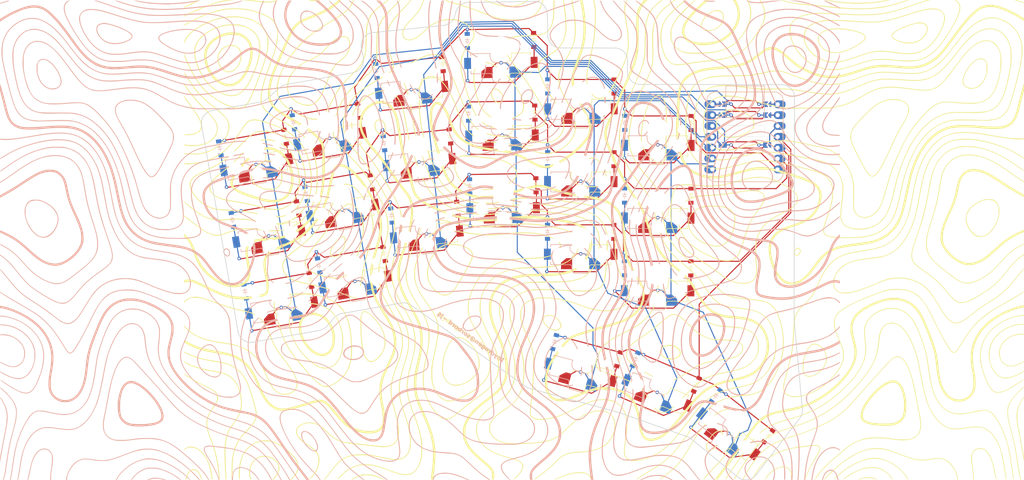
<source format=kicad_pcb>
(kicad_pcb (version 20221018) (generator pcbnew)
  (title_block (title "SOR Hydrogen") (date "2024-01-11") (rev "v1.0.0") (company "SORBORD"))
  (layers (0 "F.Cu" signal) (31 "B.Cu" signal) (34 "B.Paste" user) (35 "F.Paste" user) (36 "B.SilkS" user "B.Silkscreen") (37 "F.SilkS" user "F.Silkscreen") (38 "B.Mask" user) (39 "F.Mask" user) (44 "Edge.Cuts" user))
  (net 0 "")
  (net 1 "P0")
  (net 2 "outer_bottom")
  (net 3 "outer_home")
  (net 4 "outer_top")
  (net 5 "P1")
  (net 6 "pinky_bottom")
  (net 7 "pinky_home")
  (net 8 "pinky_top")
  (net 9 "P2")
  (net 10 "ring_bottom")
  (net 11 "ring_home")
  (net 12 "ring_top")
  (net 13 "P3")
  (net 14 "middle_bottom")
  (net 15 "middle_home")
  (net 16 "middle_top")
  (net 17 "P4")
  (net 18 "index_bottom")
  (net 19 "index_home")
  (net 20 "index_top")
  (net 21 "P5")
  (net 22 "inner_bottom")
  (net 23 "inner_home")
  (net 24 "inner_top")
  (net 25 "left_cluster")
  (net 26 "middle_cluster")
  (net 27 "right_cluster")
  (net 28 "P9")
  (net 29 "P8")
  (net 30 "P7")
  (net 31 "P10")
  (net 32 "P6")
  (net 33 "VCC")
  (net 34 "GND")
  (net 35 "V3")
  (net 36 "_1_0")
  (net 37 "_1_13")
  (net 38 "_1_1")
  (net 39 "_1_12")
  (net 40 "_1_2")
  (net 41 "_1_11")
  (footprint "PG1350" (layer "F.Cu") (at 158.86865 87.779344 179.9)
    (fp_text reference "S14" hide)
    (fp_text value "IH")
  )
  (footprint "PG1350" (layer "F.Cu") (at 140.400609 77.015541 -179.1)
    (fp_text reference "S11" hide)
    (fp_text value "MH")
  )
  (footprint "ComboDiode" (layer "F.Cu") (at 166.621271 86.292865 -90.1)
    (fp_text reference "D35" hide)
    (fp_text value "D35" hide)
  )
  (footprint "ComboDiode" (layer "F.Cu") (at 148.126104 75.39398 -89.1)
    (fp_text reference "D32" hide)
    (fp_text value "D32" hide)
  )
  (footprint "ComboDiode" (layer "F.Cu") (at 184.576697 111.824261 -90.1)
    (fp_text reference "D37" hide)
    (fp_text value "D37" hide)
  )
  (footprint "PG1350" (layer "F.Cu") (at 176.853809 96.310745 179.9)
    (fp_text reference "S17" hide)
    (fp_text value "INH")
  )
  (footprint "ComboDiode" (layer "F.Cu") (at 92.740036 97.7941 -80)
    (fp_text reference "D23" hide)
    (fp_text value "D23" hide)
  )
  (footprint "ComboDiode" (layer "F.Cu") (at 166.591611 103.292854 -90.1)
    (fp_text reference "D34" hide)
    (fp_text value "D34" hide)
  )
  (footprint "PG1350" (layer "F.Cu") (at 82.416256 83.875329 -170)
    (fp_text reference "S3" hide)
    (fp_text value "OT")
  )
  (footprint "PG1350" (layer "F.Cu") (at 178.168617 137.471843 157.4)
    (fp_text reference "S20" hide)
    (fp_text value "TM")
  )
  (footprint "PG1350" (layer "F.Cu") (at 176.883463 79.310764 179.9)
    (fp_text reference "S18" hide)
    (fp_text value "INT")
  )
  (footprint "PG1350" (layer "F.Cu") (at 120.736224 83.255247 -174.1)
    (fp_text reference "S8" hide)
    (fp_text value "RH")
  )
  (footprint "ComboDiode" (layer "F.Cu") (at 126.543483 64.056594 -84.1)
    (fp_text reference "D30" hide)
    (fp_text value "D30" hide)
  )
  (footprint "ComboDiode" (layer "F.Cu") (at 184.606397 94.824307 -90.1)
    (fp_text reference "D38" hide)
    (fp_text value "D38" hide)
  )
  (footprint "ComboDiode" (layer "F.Cu") (at 106.99364 74.972287 -80)
    (fp_text reference "D27" hide)
    (fp_text value "D27" hide)
  )
  (footprint "PG1350" (layer "F.Cu") (at 102.573876 94.537007 -170)
    (fp_text reference "S5" hide)
    (fp_text value "PH")
  )
  (footprint "ComboDiode" (layer "F.Cu") (at 128.290966 80.966542 -84.1)
    (fp_text reference "D29" hide)
    (fp_text value "D29" hide)
  )
  (footprint "ComboDiode" (layer "F.Cu") (at 166.650961 69.292919 -90.1)
    (fp_text reference "D36" hide)
    (fp_text value "D36" hide)
  )
  (footprint "PG1350" (layer "F.Cu") (at 159.824654 132.522267 164.9)
    (fp_text reference "S19" hide)
    (fp_text value "TL")
  )
  (footprint "PG1350" (layer "F.Cu") (at 122.483675 100.165186 -174.1)
    (fp_text reference "S7" hide)
    (fp_text value "RB")
  )
  (footprint "ComboDiode" (layer "F.Cu") (at 167.69781 133.092972 -105.1)
    (fp_text reference "D40" hide)
    (fp_text value "D40" hide)
  )
  (footprint "ComboDiode" (layer "F.Cu") (at 147.859099 58.396047 -89.1)
    (fp_text reference "D33" hide)
    (fp_text value "D33" hide)
  )
  (footprint "ComboDiode" (layer "F.Cu") (at 89.78804 81.052362 -80)
    (fp_text reference "D24" hide)
    (fp_text value "D24" hide)
  )
  (footprint "ComboDiode" (layer "F.Cu") (at 130.038421 97.876481 -84.1)
    (fp_text reference "D28" hide)
    (fp_text value "D28" hide)
  )
  (footprint "ComboDiode" (layer "F.Cu") (at 202.681526 151.100321 -127.6)
    (fp_text reference "D42" hide)
    (fp_text value "D42" hide)
  )
  (footprint "PG1350" (layer "F.Cu") (at 105.525882 111.278722 -170)
    (fp_text reference "S4" hide)
    (fp_text value "PB")
  )
  (footprint "PG1350" (layer "F.Cu") (at 85.368262 100.61706 -170)
    (fp_text reference "S2" hide)
    (fp_text value "OH")
  )
  (footprint "ComboDiode" (layer "F.Cu") (at 184.636077 77.82431 -90.1)
    (fp_text reference "D39" hide)
    (fp_text value "D39" hide)
  )
  (footprint "PG1350" (layer "F.Cu") (at 140.133582 60.017632 -179.1)
    (fp_text reference "S12" hide)
    (fp_text value "MT")
  )
  (footprint "PG1350" (layer "F.Cu") (at 99.621845 77.795236 -170)
    (fp_text reference "S6" hide)
    (fp_text value "PT")
  )
  (footprint "pcbs:Untitled" (layer "F.Cu") (at 164.32 105.13)
    (fp_text reference "G***" hide)
    (fp_text value "LOGO" hide)
  )
  (footprint "PG1350" (layer "F.Cu") (at 176.824097 113.310724 179.9)
    (fp_text reference "S16" hide)
    (fp_text value "INB")
  )
  (footprint "PG1350" (layer "F.Cu") (at 195.626077 147.560138 142.4)
    (fp_text reference "S21" hide)
    (fp_text value "TR")
  )
  (footprint "ComboDiode" (layer "F.Cu") (at 95.692079 114.535808 -80)
    (fp_text reference "D22" hide)
    (fp_text value "D22" hide)
  )
  (footprint "ComboDiode" (layer "F.Cu") (at 148.39312 92.391891 -89.1)
    (fp_text reference "D31" hide)
    (fp_text value "D31" hide)
  )
  (footprint "PG1350" (layer "F.Cu") (at 88.32029 117.358822 -170)
    (fp_text reference "S1" hide)
    (fp_text value "OB")
  )
  (footprint "ComboDiode" (layer "F.Cu") (at 112.897678 108.455734 -80)
    (fp_text reference "D25" hide)
    (fp_text value "D25" hide)
  )
  (footprint "PG1350" (layer "F.Cu") (at 118.988731 66.345265 -174.1)
    (fp_text reference "S9" hide)
    (fp_text value "RT")
  )
  (footprint "ComboDiode" (layer "F.Cu") (at 185.899941 139.065352 -112.6)
    (fp_text reference "D41" hide)
    (fp_text value "D41" hide)
  )
  (footprint "PG1350" (layer "F.Cu") (at 158.838991 104.77929 179.9)
    (fp_text reference "S13" hide)
    (fp_text value "IB")
  )
  (footprint "PG1350" (layer "F.Cu") (at 140.667647 94.013435 -179.1)
    (fp_text reference "S10" hide)
    (fp_text value "MB")
  )
  (footprint "xiao-ble-tht" (layer "F.Cu") (at 197.231236 81.060292 -0.098)
    (fp_text reference "xiao" hide)
    (fp_text value "xiao" hide)
    (fp_rect (start -4.56 -2.6) (end 4.57 -0.06) (stroke (width 0.05)) (fill none) (layer "Edge.Cuts"))
  )
  (footprint "ComboDiode" (layer "F.Cu") (at 109.945653 91.713996 -80)
    (fp_text reference "D26" hide)
    (fp_text value "D26" hide)
  )
  (footprint "ComboDiode" (layer "B.Cu") (at 169.076745 111.79722 -90.1)
    (fp_text reference "D16" hide)
    (fp_text value "D16" hide)
  )
  (footprint "ComboDiode" (layer "B.Cu") (at 111.125589 65.649868 -84.1)
    (fp_text reference "D9" hide)
    (fp_text value "D9" hide)
  )
  (footprint "ComboDiode" (layer "B.Cu") (at 80.427582 117.227394 -80)
    (fp_text reference "D1" hide)
    (fp_text value "D1" hide)
  )
  (footprint "PG1350" (layer "B.Cu") (at 158.898318 70.779368 0.1)
    (fp_text reference "S15" hide)
    (fp_text value "IT")
  )
  (footprint "ComboDiode" (layer "B.Cu") (at 190.401041 141.643096 -127.6)
    (fp_text reference "D21" hide)
    (fp_text value "D21" hide)
  )
  (footprint "ComboDiode" (layer "B.Cu") (at 91.729117 77.663819 -80)
    (fp_text reference "D6" hide)
    (fp_text value "D6" hide)
  )
  (footprint "ComboDiode" (layer "B.Cu") (at 132.895026 92.635343 -89.1)
    (fp_text reference "D10" hide)
    (fp_text value "D10" hide)
  )
  (footprint "ComboDiode" (layer "B.Cu") (at 171.590194 133.108747 -112.6)
    (fp_text reference "D20" hide)
    (fp_text value "D20" hide)
  )
  (footprint "ComboDiode" (layer "B.Cu") (at 152.732981 129.055151 -105.1)
    (fp_text reference "D19" hide)
    (fp_text value "D19" hide)
  )
  (footprint "ComboDiode" (layer "B.Cu") (at 77.475532 100.485654 -80)
    (fp_text reference "D2" hide)
    (fp_text value "D2" hide)
  )
  (footprint "ComboDiode" (layer "B.Cu") (at 74.52351 83.743911 -80)
    (fp_text reference "D3" hide)
    (fp_text value "D3" hide)
  )
  (footprint "ComboDiode" (layer "B.Cu") (at 132.360999 58.639534 -89.1)
    (fp_text reference "D12" hide)
    (fp_text value "D12" hide)
  )
  (footprint "ComboDiode" (layer "B.Cu") (at 97.633171 111.147244 -80)
    (fp_text reference "D4" hide)
    (fp_text value "D4" hide)
  )
  (footprint "ComboDiode" (layer "B.Cu") (at 169.136057 77.797259 -90.1)
    (fp_text reference "D18" hide)
    (fp_text value "D18" hide)
  )
  (footprint "ComboDiode" (layer "B.Cu") (at 151.121284 86.265822 -90.1)
    (fp_text reference "D14" hide)
    (fp_text value "D14" hide)
  )
  (footprint "ComboDiode" (layer "B.Cu") (at 151.091611 103.265801 -90.1)
    (fp_text reference "D13" hide)
    (fp_text value "D13" hide)
  )
  (footprint "ComboDiode" (layer "B.Cu") (at 151.150951 69.26585 -90.1)
    (fp_text reference "D15" hide)
    (fp_text value "D15" hide)
  )
  (footprint "ComboDiode" (layer "B.Cu") (at 169.106431 94.797233 -90.1)
    (fp_text reference "D17" hide)
    (fp_text value "D17" hide)
  )
  (footprint "ComboDiode" (layer "B.Cu") (at 94.681127 94.405559 -80)
    (fp_text reference "D5" hide)
    (fp_text value "D5" hide)
  )
  (footprint "ComboDiode" (layer "B.Cu") (at 132.628018 75.637435 -89.1)
    (fp_text reference "D11" hide)
    (fp_text value "D11" hide)
  )
  (footprint "ComboDiode" (layer "B.Cu") (at 112.873057 82.559813 -84.1)
    (fp_text reference "D8" hide)
    (fp_text value "D8" hide)
  )
  (footprint "pcbs:Untitled" (layer "B.Cu") (at 121.29 105.27 180)
    (fp_text reference "G***" hide)
    (fp_text value "LOGO" hide)
  )
  (footprint "ComboDiode" (layer "B.Cu") (at 114.620546 99.469776 -84.1)
    (fp_text reference "D7" hide)
    (fp_text value "D7" hide)
  )
  (gr_arc (start 70.280989 78.399403) (mid 70.777933 76.157699) (end 72.714496 74.924037) (stroke (width 0.15)) (layer "Edge.Cuts"))
  (gr_line (start 195.542744 160.627879) (end 184.695321 151.72638) (stroke (width 0.15)) (layer "Edge.Cuts"))
  (gr_arc (start 129.683272 51.820875) (mid 130.741287 50.257762) (end 132.523427 49.635856) (stroke (width 0.15)) (layer "Edge.Cuts"))
  (gr_arc (start 210.639318 144.779493) (mid 210.533597 145.890601) (end 210.028914 146.886107) (stroke (width 0.15)) (layer "Edge.Cuts"))
  (gr_arc (start 208.718729 124.006805) (mid 208.709052 123.866239) (end 208.705984 123.725373) (stroke (width 0.15)) (layer "Edge.Cuts"))
  (gr_arc (start 183.793123 151.217348) (mid 184.266369 151.432612) (end 184.695321 151.72638) (stroke (width 0.15)) (layer "Edge.Cuts"))
  (gr_arc (start 82.265154 129.088459) (mid 80.02351 128.591444) (end 78.789773 126.654986) (stroke (width 0.15)) (layer "Edge.Cuts"))
  (gr_arc (start 167.598536 145.495338) (mid 167.708883 145.527389) (end 167.817918 145.563651) (stroke (width 0.15)) (layer "Edge.Cuts"))
  (gr_line (start 101.235605 123.377247) (end 99.507053 125.368163) (stroke (width 0.15)) (layer "Edge.Cuts"))
  (gr_line (start 116.946925 119.926842) (end 102.980003 122.389603) (stroke (width 0.15)) (layer "Edge.Cuts"))
  (gr_line (start 72.714496 74.924037) (end 84.0788 72.920208) (stroke (width 0.15)) (layer "Edge.Cuts"))
  (gr_line (start 183.793119 151.217353) (end 167.817921 145.563647) (stroke (width 0.15)) (layer "Edge.Cuts"))
  (gr_arc (start 116.946937 119.926832) (mid 118.126843 119.954434) (end 119.204727 120.43518) (stroke (width 0.15)) (layer "Edge.Cuts"))
  (gr_line (start 172.734973 68.803491) (end 205.801757 68.861204) (stroke (width 0.15)) (layer "Edge.Cuts"))
  (gr_line (start 154.143816 60.271064) (end 166.823475 60.293201) (stroke (width 0.15)) (layer "Edge.Cuts"))
  (gr_arc (start 108.045268 62.545448) (mid 107.574245 64.818824) (end 105.621941 66.0753) (stroke (width 0.15)) (layer "Edge.Cuts"))
  (gr_arc (start 146.987085 139.933948) (mid 146.489433 139.751157) (end 146.031747 139.483589) (stroke (width 0.15)) (layer "Edge.Cuts"))
  (gr_arc (start 101.235605 123.377247) (mid 102.022874 122.733427) (end 102.980003 122.389603) (stroke (width 0.15)) (layer "Edge.Cuts"))
  (gr_arc (start 166.823481 60.293201) (mid 168.975394 61.20832) (end 169.816664 63.390147) (stroke (width 0.15)) (layer "Edge.Cuts"))
  (gr_arc (start 147.988951 49.392899) (mid 150.116213 50.230696) (end 151.035303 52.324096) (stroke (width 0.15)) (layer "Edge.Cuts"))
  (gr_line (start 146.031747 139.483589) (end 119.204727 120.43518) (stroke (width 0.15)) (layer "Edge.Cuts"))
  (gr_line (start 208.796498 71.866479) (end 208.705984 123.725373) (stroke (width 0.15)) (layer "Edge.Cuts"))
  (gr_line (start 129.404169 52.81006) (end 129.683277 51.820883) (stroke (width 0.15)) (layer "Edge.Cuts"))
  (gr_arc (start 85.565483 72.195055) (mid 84.873108 72.66212) (end 84.0788 72.920208) (stroke (width 0.15)) (layer "Edge.Cuts"))
  (gr_line (start 208.718742 124.006794) (end 210.639318 144.779493) (stroke (width 0.15)) (layer "Edge.Cuts"))
  (gr_line (start 78.789773 126.654986) (end 70.281004 78.399414) (stroke (width 0.15)) (layer "Edge.Cuts"))
  (gr_arc (start 154.143816 60.271064) (mid 152.050304 59.414547) (end 151.149831 57.339541) (stroke (width 0.15)) (layer "Edge.Cuts"))
  (gr_line (start 151.035303 52.324096) (end 151.149831 57.339541) (stroke (width 0.15)) (layer "Edge.Cuts"))
  (gr_line (start 97.762643 126.355834) (end 82.265147 129.088449) (stroke (width 0.15)) (layer "Edge.Cuts"))
  (gr_arc (start 199.822663 160.139199) (mid 197.786144 161.28959) (end 195.542744 160.627879) (stroke (width 0.15)) (layer "Edge.Cuts"))
  (gr_line (start 89.979562 68.833448) (end 105.621941 66.0753) (stroke (width 0.15)) (layer "Edge.Cuts"))
  (gr_arc (start 99.507053 125.368163) (mid 98.719775 126.012) (end 97.762643 126.355834) (stroke (width 0.15)) (layer "Edge.Cuts"))
  (gr_arc (start 205.801756 68.861207) (mid 207.921513 69.743655) (end 208.796498 71.866479) (stroke (width 0.15)) (layer "Edge.Cuts"))
  (gr_line (start 169.816664 63.390147) (end 169.741773 65.706567) (stroke (width 0.15)) (layer "Edge.Cuts"))
  (gr_arc (start 107.597395 60.253676) (mid 108.130801 57.892932) (end 110.233301 56.694158) (stroke (width 0.15)) (layer "Edge.Cuts"))
  (gr_line (start 167.598555 145.49532) (end 146.987078 139.933946) (stroke (width 0.15)) (layer "Edge.Cuts"))
  (gr_line (start 210.028914 146.886107) (end 199.822663 160.139199) (stroke (width 0.15)) (layer "Edge.Cuts"))
  (gr_arc (start 129.404178 52.810048) (mid 128.448082 54.291064) (end 126.82528 54.979548) (stroke (width 0.15)) (layer "Edge.Cuts"))
  (gr_arc (start 88.492893 69.558645) (mid 89.185256 69.091551) (end 89.979562 68.833448) (stroke (width 0.15)) (layer "Edge.Cuts"))
  (gr_line (start 132.523427 49.635856) (end 147.988954 49.392896) (stroke (width 0.15)) (layer "Edge.Cuts"))
  (gr_line (start 85.565483 72.195055) (end 88.492893 69.558645) (stroke (width 0.15)) (layer "Edge.Cuts"))
  (gr_line (start 110.233301 56.694158) (end 126.82528 54.979548) (stroke (width 0.15)) (layer "Edge.Cuts"))
  (gr_line (start 108.045268 62.545447) (end 107.597404 60.253679) (stroke (width 0.15)) (layer "Edge.Cuts"))
  (gr_arc (start 172.734976 68.803498) (mid 170.583059 67.888386) (end 169.741773 65.706567) (stroke (width 0.15)) (layer "Edge.Cuts"))
  (gr_text "[hydrogen@sorbord ~]$" (at 132.72 128.42 324) (layer "B.SilkS") (effects (font (size 1 1) (thickness 0.2) bold) (justify bottom mirror)))
  (gr_text "[hydrogen@sorbord ~]$" (at 132.72 128.42 324) (layer "F.SilkS") (effects (font (size 1 1) (thickness 0.2) bold) (justify bottom)))
  (segment (start 80.22419 90.303641) (end 82.061354 87.679932) (width 0.25) (layer "F.Cu") (net 1))
  (segment (start 202.020291 73.4528) (end 201.260295 74.29277) (width 0.25) (layer "F.Cu") (net 1))
  (segment (start 88.879159 120.961657) (end 87.997836 121.117055) (width 0.25) (layer "F.Cu") (net 1))
  (segment (start 87.997836 121.117055) (end 86.128263 123.78711) (width 0.25) (layer "F.Cu") (net 1))
  (segment (start 201.260295 74.29277) (end 194.82028 74.28278) (width 0.25) (layer "F.Cu") (net 1))
  (segment (start 82.061354 87.679932) (end 82.982085 87.517594) (width 0.25) (layer "F.Cu") (net 1))
  (segment (start 194.82028 74.28278) (end 193.980322 73.432746) (width 0.25) (layer "F.Cu") (net 1))
  (segment (start 83.176242 107.045364) (end 85.021483 104.410081) (width 0.25) (layer "F.Cu") (net 1))
  (segment (start 85.021483 104.410081) (end 85.932353 104.249485) (width 0.25) (layer "F.Cu") (net 1))
  (via (at 85.932353 104.249485) (size 0.8) (drill 0.4) (layers "F.Cu" "B.Cu") (net 1))
  (via (at 82.982085 87.517594) (size 0.8) (drill 0.4) (layers "F.Cu" "B.Cu") (net 1))
  (via (at 88.879159 120.961657) (size 0.8) (drill 0.4) (layers "F.Cu" "B.Cu") (net 1))
  (segment (start 89.626727 105.907959) (end 86.991457 104.062719) (width 0.25) (layer "B.Cu") (net 1))
  (segment (start 92.578746 122.649715) (end 89.908702 120.780146) (width 0.25) (layer "B.Cu") (net 1))
  (segment (start 190.764652 70.327502) (end 193.982266 73.434717) (width 0.25) (layer "B.Cu") (net 1))
  (segment (start 192.4703 73.432768) (end 193.980322 73.432746) (width 0.25) (layer "B.Cu") (net 1))
  (segment (start 89.505064 106.081751) (end 92.404974 122.528045) (width 0.25) (layer "B.Cu") (net 1))
  (segment (start 168.716074 70.712366) (end 190.764652 70.327502) (width 0.25) (layer "B.Cu") (net 1))
  (segment (start 129.906607 55.517854) (end 130.716203 54.361632) (width 0.25) (layer "B.Cu") (net 1))
  (segment (start 86.553035 89.340022) (end 89.452964 105.786307) (width 0.25) (layer "B.Cu") (net 1))
  (segment (start 142.949491 54.059784) (end 143.186991 54.289139) (width 0.25) (layer "B.Cu") (net 1))
  (segment (start 143.186991 54.289139) (end 152.122021 63.22417) (width 0.25) (layer "B.Cu") (net 1))
  (segment (start 130.802948 54.271803) (end 142.949491 54.059784) (width 0.25) (layer "B.Cu") (net 1))
  (segment (start 84.465895 77.503269) (end 88.59178 71.6109) (width 0.25) (layer "B.Cu") (net 1))
  (segment (start 86.674713 89.166274) (end 84.051005 87.329106) (width 0.25) (layer "B.Cu") (net 1))
  (segment (start 89.908702 120.780146) (end 88.879159 120.961657) (width 0.25) (layer "B.Cu") (net 1))
  (segment (start 88.59178 71.6109) (end 105.73728 68.587688) (width 0.25) (layer "B.Cu") (net 1))
  (segment (start 152.122021 63.22417) (end 161.227876 63.224173) (width 0.25) (layer "B.Cu") (net 1))
  (segment (start 86.500939 89.044561) (end 84.465895 77.503269) (width 0.25) (layer "B.Cu") (net 1))
  (segment (start 161.227876 63.224173) (end 168.716074 70.712366) (width 0.25) (layer "B.Cu") (net 1))
  (segment (start 110.409559 61.91498) (end 126.058189 60.270239) (width 0.25) (layer "B.Cu") (net 1))
  (segment (start 130.716203 54.361632) (end 130.802948 54.271803) (width 0.25) (layer "B.Cu") (net 1))
  (segment (start 86.991457 104.062719) (end 85.932353 104.249485) (width 0.25) (layer "B.Cu") (net 1))
  (segment (start 105.73728 68.587688) (end 110.409559 61.91498) (width 0.25) (layer "B.Cu") (net 1))
  (segment (start 126.058189 60.270239) (end 129.906607 55.517854) (width 0.25) (layer "B.Cu") (net 1))
  (segment (start 84.051005 87.329106) (end 82.982085 87.517594) (width 0.25) (layer "B.Cu") (net 1))
  (segment (start 81.985434 126.417025) (end 82.025599 126.414451) (width 0.25) (layer "F.Cu") (net 2))
  (segment (start 82.034341 126.412906) (end 81.985434 126.417025) (width 0.25) (layer "F.Cu") (net 2))
  (segment (start 93.322871 124.422423) (end 82.034341 126.412906) (width 0.25) (layer "F.Cu") (net 2))
  (segment (start 96.628382 119.701721) (end 96.007574 116.18104) (width 0.25) (layer "F.Cu") (net 2))
  (segment (start 96.628366 119.701725) (end 93.322871 124.422423) (width 0.25) (layer "F.Cu") (net 2))
  (segment (start 82.025599 126.414451) (end 82.029965 126.413678) (width 0.25) (layer "F.Cu") (net 2))
  (via (at 81.985434 126.417025) (size 0.8) (drill 0.4) (layers "F.Cu" "B.Cu") (net 2))
  (segment (start 82.015087 126.374671) (end 81.985434 126.417025) (width 0.25) (layer "B.Cu") (net 2))
  (segment (start 81.314595 122.401962) (end 82.015087 126.374671) (width 0.25) (layer "B.Cu") (net 2))
  (segment (start 81.314578 122.401947) (end 80.693798 118.881246) (width 0.25) (layer "B.Cu") (net 2))
  (segment (start 90.370847 107.680678) (end 93.676328 102.959973) (width 0.25) (layer "F.Cu") (net 3))
  (segment (start 93.676341 102.959999) (end 93.055556 99.439285) (width 0.25) (layer "F.Cu") (net 3))
  (segment (start 79.050426 109.540285) (end 79.206144 109.649327) (width 0.25) (layer "F.Cu") (net 3))
  (segment (start 79.206144 109.649327) (end 90.370847 107.680678) (width 0.25) (layer "F.Cu") (net 3))
  (via (at 79.050426 109.540285) (size 0.8) (drill 0.4) (layers "F.Cu" "B.Cu") (net 3))
  (segment (start 78.362571 105.660208) (end 77.741791 102.139487) (width 0.25) (layer "B.Cu") (net 3))
  (segment (start 79.050426 109.540285) (end 78.366792 105.663162) (width 0.25) (layer "B.Cu") (net 3))
  (segment (start 87.418832 90.938966) (end 90.724326 86.218249) (width 0.25) (layer "F.Cu") (net 4))
  (segment (start 90.724335 86.218241) (end 90.103553 82.697572) (width 0.25) (layer "F.Cu") (net 4))
  (segment (start 76.091847 92.820028) (end 76.224394 92.912838) (width 0.25) (layer "F.Cu") (net 4))
  (segment (start 76.224394 92.912838) (end 87.418832 90.938966) (width 0.25) (layer "F.Cu") (net 4))
  (via (at 76.091847 92.820028) (size 0.8) (drill 0.4) (layers "F.Cu" "B.Cu") (net 4))
  (segment (start 75.410569 88.918478) (end 74.789767 85.397768) (width 0.25) (layer "B.Cu") (net 4))
  (segment (start 76.091847 92.820028) (end 76.100111 92.808207) (width 0.25) (layer "B.Cu") (net 4))
  (segment (start 76.100111 92.808207) (end 75.414775 88.921426) (width 0.25) (layer "B.Cu") (net 4))
  (segment (start 105.227768 115.002227) (end 106.079556 114.852043) (width 0.25) (layer "F.Cu") (net 5))
  (segment (start 194.82028 76.822769) (end 193.980294 75.972778) (width 0.25) (layer "F.Cu") (net 5))
  (segment (start 202.010297 75.992779) (end 201.26028 76.832772) (width 0.25) (layer "F.Cu") (net 5))
  (segment (start 201.26028 76.832772) (end 194.82028 76.822769) (width 0.25) (layer "F.Cu") (net 5))
  (segment (start 103.333842 117.707012) (end 105.227768 115.002227) (width 0.25) (layer "F.Cu") (net 5))
  (segment (start 97.429819 84.22355) (end 99.291276 81.565087) (width 0.25) (layer "F.Cu") (net 5))
  (segment (start 99.291276 81.565087) (end 100.182458 81.407945) (width 0.25) (layer "F.Cu") (net 5))
  (segment (start 102.251429 98.295249) (end 103.132735 98.139833) (width 0.25) (layer "F.Cu") (net 5))
  (segment (start 100.381818 100.965303) (end 102.251429 98.295249) (width 0.25) (layer "F.Cu") (net 5))
  (via (at 103.132735 98.139833) (size 0.8) (drill 0.4) (layers "F.Cu" "B.Cu") (net 5))
  (via (at 100.182458 81.407945) (size 0.8) (drill 0.4) (layers "F.Cu" "B.Cu") (net 5))
  (via (at 106.079556 114.852043) (size 0.8) (drill 0.4) (layers "F.Cu" "B.Cu") (net 5))
  (segment (start 106.832321 99.827891) (end 104.162275 97.95831) (width 0.25) (layer "B.Cu") (net 5))
  (segment (start 104.162275 97.95831) (end 103.132735 98.139833) (width 0.25) (layer "B.Cu") (net 5))
  (segment (start 106.710647 100.001647) (end 109.610572 116.447982) (width 0.25) (layer "B.Cu") (net 5))
  (segment (start 188.164617 74.739775) (end 192.742983 74.739774) (width 0.25) (layer "B.Cu") (net 5))
  (segment (start 184.679478 71.254635) (end 188.164617 74.739775) (width 0.25) (layer "B.Cu") (net 5))
  (segment (start 150.491208 62.27932) (end 151.935626 63.674174) (width 0.25) (layer "B.Cu") (net 5))
  (segment (start 168.621951 71.254639) (end 184.679478 71.254635) (width 0.25) (layer "B.Cu") (net 5))
  (segment (start 192.460313 75.972774) (end 193.980294 75.972778) (width 0.25) (layer "B.Cu") (net 5))
  (segment (start 124.95201 62.351317) (end 130.97 54.92) (width 0.25) (layer "B.Cu") (net 5))
  (segment (start 192.742983 74.739774) (end 193.977926 75.974712) (width 0.25) (layer "B.Cu") (net 5))
  (segment (start 142.749376 54.544405) (end 142.951035 54.739145) (width 0.25) (layer "B.Cu") (net 5))
  (segment (start 107.07954 114.675689) (end 106.079556 114.852043) (width 0.25) (layer "B.Cu") (net 5))
  (segment (start 131.11 54.74) (end 142.749376 54.544405) (width 0.25) (layer "B.Cu") (net 5))
  (segment (start 109.784345 116.569622) (end 107.07954 114.675689) (width 0.25) (layer "B.Cu") (net 5))
  (segment (start 142.951035 54.739145) (end 150.491208 62.27932) (width 0.25) (layer "B.Cu") (net 5))
  (segment (start 103.880315 83.086133) (end 101.221845 81.22467) (width 0.25) (layer "B.Cu") (net 5))
  (segment (start 111.810216 64.668571) (end 124.95201 62.351317) (width 0.25) (layer "B.Cu") (net 5))
  (segment (start 103.706536 82.964469) (end 102.759609 77.594179) (width 0.25) (layer "B.Cu") (net 5))
  (segment (start 101.221845 81.22467) (end 100.182458 81.407945) (width 0.25) (layer "B.Cu") (net 5))
  (segment (start 151.935626 63.674174) (end 161.041479 63.674172) (width 0.25) (layer "B.Cu") (net 5))
  (segment (start 103.758625 83.259939) (end 106.658541 99.706243) (width 0.25) (layer "B.Cu") (net 5))
  (segment (start 130.97 54.92) (end 131.11 54.74) (width 0.25) (layer "B.Cu") (net 5))
  (segment (start 102.759609 77.594179) (end 111.810216 64.668571) (width 0.25) (layer "B.Cu") (net 5))
  (segment (start 161.041479 63.674172) (end 168.621951 71.254639) (width 0.25) (layer "B.Cu") (net 5))
  (segment (start 99.226811 120.335138) (end 110.528474 118.342357) (width 0.25) (layer "F.Cu") (net 6))
  (segment (start 110.528474 118.342357) (end 113.833948 113.621646) (width 0.25) (layer "F.Cu") (net 6))
  (segment (start 113.833955 113.621657) (end 113.213168 110.100943) (width 0.25) (layer "F.Cu") (net 6))
  (segment (start 99.197975 120.376326) (end 99.226811 120.335138) (width 0.25) (layer "F.Cu") (net 6))
  (via (at 99.197975 120.376326) (size 0.8) (drill 0.4) (layers "F.Cu" "B.Cu") (net 6))
  (segment (start 99.198137 120.376087) (end 98.490681 116.364) (width 0.25) (layer "B.Cu") (net 6))
  (segment (start 98.520182 116.321857) (end 97.899395 112.801188) (width 0.25) (layer "B.Cu") (net 6))
  (segment (start 99.197975 120.376326) (end 99.198137 120.376087) (width 0.25) (layer "B.Cu") (net 6))
  (segment (start 96.372198 103.576236) (end 107.57645 101.60062) (width 0.25) (layer "F.Cu") (net 7))
  (segment (start 107.57645 101.60062) (end 110.881926 96.879908) (width 0.25) (layer "F.Cu") (net 7))
  (segment (start 110.881936 96.879897) (end 110.26113 93.359215) (width 0.25) (layer "F.Cu") (net 7))
  (segment (start 96.239595 103.483403) (end 96.372198 103.576236) (width 0.25) (layer "F.Cu") (net 7))
  (via (at 96.239595 103.483403) (size 0.8) (drill 0.4) (layers "F.Cu" "B.Cu") (net 7))
  (segment (start 96.239595 103.483403) (end 96.253038 103.464223) (width 0.25) (layer "B.Cu") (net 7))
  (segment (start 96.253038 103.464223) (end 95.568172 99.580157) (width 0.25) (layer "B.Cu") (net 7))
  (segment (start 95.56819 99.580121) (end 94.947365 96.059457) (width 0.25) (layer "B.Cu") (net 7))
  (segment (start 104.624448 84.858847) (end 107.929906 80.138159) (width 0.25) (layer "F.Cu") (net 8))
  (segment (start 93.288756 86.690685) (end 93.479224 86.82406) (width 0.25) (layer "F.Cu") (net 8))
  (segment (start 93.479224 86.82406) (end 104.624448 84.858847) (width 0.25) (layer "F.Cu") (net 8))
  (segment (start 107.929937 80.138141) (end 107.309134 76.617473) (width 0.25) (layer "F.Cu") (net 8))
  (via (at 93.288756 86.690685) (size 0.8) (drill 0.4) (layers "F.Cu" "B.Cu") (net 8))
  (segment (start 92.616154 82.838384) (end 91.995363 79.317706) (width 0.25) (layer "B.Cu") (net 8))
  (segment (start 93.288756 86.690685) (end 93.294071 86.683077) (width 0.25) (layer "B.Cu") (net 8))
  (segment (start 93.294071 86.683077) (end 92.616153 82.838372) (width 0.25) (layer "B.Cu") (net 8))
  (segment (start 121.91678 103.852763) (end 122.810954 103.758782) (width 0.25) (layer "F.Cu") (net 9))
  (segment (start 194.702234 83.690898) (end 193.965975 82.954628) (width 0.25) (layer "F.Cu") (net 9))
  (segment (start 202.002932 82.968494) (end 201.280575 83.690908) (width 0.25) (layer "F.Cu") (net 9))
  (segment (start 120.071437 87.063702) (end 121.045472 86.961316) (width 0.25) (layer "F.Cu") (net 9))
  (segment (start 116.34268 72.600423) (end 118.368456 70.098765) (width 0.25) (layer "F.Cu") (net 9))
  (segment (start 201.280575 83.690908) (end 194.702234 83.690898) (width 0.25) (layer "F.Cu") (net 9))
  (segment (start 118.090166 89.510366) (end 120.071437 87.063702) (width 0.25) (layer "F.Cu") (net 9))
  (segment (start 119.837623 106.420315) (end 121.91678 103.852763) (width 0.25) (layer "F.Cu") (net 9))
  (segment (start 118.368456 70.098765) (end 119.26328 70.004721) (width 0.25) (layer "F.Cu") (net 9))
  (via (at 121.045472 86.961316) (size 0.8) (drill 0.4) (layers "F.Cu" "B.Cu") (net 9))
  (via (at 119.26328 70.004721) (size 0.8) (drill 0.4) (layers "F.Cu" "B.Cu") (net 9))
  (via (at 122.810954 103.758782) (size 0.8) (drill 0.4) (layers "F.Cu" "B.Cu") (net 9))
  (segment (start 126.352948 105.747018) (end 123.772831 103.657696) (width 0.25) (layer "B.Cu") (net 9))
  (segment (start 160.855087 64.124169) (end 151.69967 64.124171) (width 0.25) (layer "B.Cu") (net 9))
  (segment (start 182.585137 71.70464) (end 168.435558 71.704637) (width 0.25) (layer "B.Cu") (net 9))
  (segment (start 120.343761 69.891174) (end 119.26328 70.004721) (width 0.25) (layer "B.Cu") (net 9))
  (segment (start 122.857971 71.927114) (end 120.343761 69.891174) (width 0.25) (layer "B.Cu") (net 9))
  (segment (start 122.146246 86.845638) (end 121.045472 86.961316) (width 0.25) (layer "B.Cu") (net 9))
  (segment (start 124.448981 89.030319) (end 126.192284 105.616943) (width 0.25) (layer "B.Cu") (net 9))
  (segment (start 142.76464 55.189148) (end 131.353047 55.189144) (width 0.25) (layer "B.Cu") (net 9))
  (segment (start 131.353047 55.189144) (end 131.236475 55.305718) (width 0.25) (layer "B.Cu") (net 9))
  (segment (start 124.605467 88.83708) (end 122.146246 86.845638) (width 0.25) (layer "B.Cu") (net 9))
  (segment (start 123.772831 103.657696) (end 122.810954 103.758782) (width 0.25) (layer "B.Cu") (net 9))
  (segment (start 188.160276 77.279773) (end 182.585137 71.70464) (width 0.25) (layer "B.Cu") (net 9))
  (segment (start 192.452991 79.611024) (end 190.125092 77.283127) (width 0.25) (layer "B.Cu") (net 9))
  (segment (start 190.125092 77.283127) (end 188.160276 77.279773) (width 0.25) (layer "B.Cu") (net 9))
  (segment (start 122.144165 66.533775) (end 122.69735 71.797013) (width 0.25) (layer "B.Cu") (net 9))
  (segment (start 192.45299 82.952119) (end 192.452991 79.611024) (width 0.25) (layer "B.Cu") (net 9))
  (segment (start 122.70151 72.120351) (end 124.444843 88.707001) (width 0.25) (layer "B.Cu") (net 9))
  (segment (start 151.69967 64.124171) (end 142.76464 55.189148) (width 0.25) (layer "B.Cu") (net 9))
  (segment (start 131.236475 55.305718) (end 122.144165 66.533775) (width 0.25) (layer "B.Cu") (net 9))
  (segment (start 168.435558 71.704637) (end 160.855087 64.124169) (width 0.25) (layer "B.Cu") (net 9))
  (segment (start 193.965975 82.954628) (end 192.455562 82.954643) (width 0.25) (layer "B.Cu") (net 9))
  (segment (start 126.988321 107.559827) (end 115.696116 108.746695) (width 0.25) (layer "F.Cu") (net 10))
  (segment (start 115.696116 108.746695) (end 115.474952 108.69237) (width 0.25) (layer "F.Cu") (net 10))
  (segment (start 130.602966 103.096126) (end 126.988321 107.559827) (width 0.25) (layer "F.Cu") (net 10))
  (segment (start 130.602968 103.096127) (end 130.296368 99.591868) (width 0.25) (layer "F.Cu") (net 10))
  (segment (start 115.542682 108.762819) (end 115.619397 108.754752) (width 0.25) (layer "F.Cu") (net 10))
  (segment (start 115.474952 108.69237) (end 115.542682 108.762819) (width 0.25) (layer "F.Cu") (net 10))
  (via (at 115.474952 108.69237) (size 0.8) (drill 0.4) (layers "F.Cu" "B.Cu") (net 10))
  (segment (start 115.135298 104.694543) (end 114.824326 101.139714) (width 0.25) (layer "B.Cu") (net 10))
  (segment (start 115.54627 108.6043) (end 115.135335 104.69453) (width 0.25) (layer "B.Cu") (net 10))
  (segment (start 115.474952 108.69237) (end 115.54627 108.6043) (width 0.25) (layer "B.Cu") (net 10))
  (segment (start 114.180568 91.81235) (end 125.240871 90.649873) (width 0.25) (layer "F.Cu") (net 11))
  (segment (start 113.623171 91.360987) (end 114.180568 91.81235) (width 0.25) (layer "F.Cu") (net 11))
  (segment (start 125.240871 90.649873) (end 128.85551 86.186154) (width 0.25) (layer "F.Cu") (net 11))
  (segment (start 128.855488 86.186158) (end 128.548892 82.681917) (width 0.25) (layer "F.Cu") (net 11))
  (via (at 113.623171 91.360987) (size 0.8) (drill 0.4) (layers "F.Cu" "B.Cu") (net 11))
  (segment (start 113.623171 91.360987) (end 113.747624 91.207309) (width 0.25) (layer "B.Cu") (net 11))
  (segment (start 113.747624 91.207309) (end 113.387883 87.784582) (width 0.25) (layer "B.Cu") (net 11))
  (segment (start 113.387853 87.784601) (end 113.076841 84.229753) (width 0.25) (layer "B.Cu") (net 11))
  (segment (start 123.493366 73.739901) (end 127.108016 69.276198) (width 0.25) (layer "F.Cu") (net 12))
  (segment (start 127.108013 69.276211) (end 126.801439 65.771965) (width 0.25) (layer "F.Cu") (net 12))
  (segment (start 112.027789 74.746737) (end 112.244473 74.922228) (width 0.25) (layer "F.Cu") (net 12))
  (segment (start 112.244473 74.922228) (end 123.493366 73.739901) (width 0.25) (layer "F.Cu") (net 12))
  (via (at 112.027789 74.746737) (size 0.8) (drill 0.4) (layers "F.Cu" "B.Cu") (net 12))
  (segment (start 112.045117 74.725348) (end 111.640376 70.874611) (width 0.25) (layer "B.Cu") (net 12))
  (segment (start 111.640391 70.874642) (end 111.329387 67.319823) (width 0.25) (layer "B.Cu") (net 12))
  (segment (start 112.027789 74.746737) (end 112.045117 74.725348) (width 0.25) (layer "B.Cu") (net 12))
  (segment (start 139.561607 80.674074) (end 140.501934 80.674093) (width 0.25) (layer "F.Cu") (net 13))
  (segment (start 137.219472 83.016236) (end 139.561607 80.674074) (width 0.25) (layer "F.Cu") (net 13))
  (segment (start 157.870855 135.821244) (end 158.824248 136.076728) (width 0.25) (layer "F.Cu") (net 13))
  (segment (start 137.4865 100.014128) (end 139.836535 97.664089) (width 0.25) (layer "F.Cu") (net 13))
  (segment (start 139.226698 63.744083) (end 140.221913 63.744087) (width 0.25) (layer "F.Cu") (net 13))
  (segment (start 155.112717 137.413677) (end 157.870855 135.821244) (width 0.25) (layer "F.Cu") (net 13))
  (segment (start 139.836535 97.664089) (end 140.651921 97.664077) (width 0.25) (layer "F.Cu") (net 13))
  (segment (start 136.95244 66.018331) (end 139.226698 63.744083) (width 0.25) (layer "F.Cu") (net 13))
  (via (at 140.651921 97.664077) (size 0.8) (drill 0.4) (layers "F.Cu" "B.Cu") (net 13))
  (via (at 140.221913 63.744087) (size 0.8) (drill 0.4) (layers "F.Cu" "B.Cu") (net 13))
  (via (at 158.824248 136.076728) (size 0.8) (drill 0.4) (layers "F.Cu" "B.Cu") (net 13))
  (via (at 140.501934 80.674093) (size 0.8) (drill 0.4) (layers "F.Cu" "B.Cu") (net 13))
  (segment (start 143.768664 82.913324) (end 143.76866 99.644232) (width 0.25) (layer "B.Cu") (net 13))
  (segment (start 177.727965 72.154637) (end 186.62058 81.047253) (width 0.25) (layer "B.Cu") (net 13))
  (segment (start 150.905026 64.582446) (end 150.90815 64.585683) (width 0.25) (layer "B.Cu") (net 13))
  (segment (start 144.035697 108.078634) (end 161.719024 125.761961) (width 0.25) (layer "B.Cu") (net 13))
  (segment (start 159.836066 136.347828) (end 158.824248 136.076728) (width 0.25) (layer "B.Cu") (net 13))
  (segment (start 144.035691 99.911269) (end 144.035697 108.078634) (width 0.25) (layer "B.Cu") (net 13))
  (segment (start 143.501638 65.915452) (end 141.330286 63.74408) (width 0.25) (layer "B.Cu") (net 13))
  (segment (start 149.125726 66.013624) (end 150.613025 64.577359) (width 0.25) (layer "B.Cu") (net 13))
  (segment (start 162.917969 132.130106) (end 161.169139 138.656815) (width 0.25) (layer "B.Cu") (net 13))
  (segment (start 168.249161 72.154633) (end 177.727965 72.154637) (width 0.25) (layer "B.Cu") (net 13))
  (segment (start 141.330286 63.74408) (end 140.221913 63.744087) (width 0.25) (layer "B.Cu") (net 13))
  (segment (start 143.501654 65.915446) (end 143.501645 82.646323) (width 0.25) (layer "B.Cu") (net 13))
  (segment (start 161.43656 139.119993) (end 159.836066 136.347828) (width 0.25) (layer "B.Cu") (net 13))
  (segment (start 160.700629 64.606333) (end 168.249161 72.154633) (width 0.25) (layer "B.Cu") (net 13))
  (segment (start 141.529422 80.674102) (end 140.501934 80.674093) (width 0.25) (layer "B.Cu") (net 13))
  (segment (start 143.501627 65.915459) (end 149.125726 66.013624) (width 0.25) (layer "B.Cu") (net 13))
  (segment (start 161.719028 130.053473) (end 162.917969 132.130106) (width 0.25) (layer "B.Cu") (net 13))
  (segment (start 186.62058 81.047253) (end 189.611243 81.047255) (width 0.25) (layer "B.Cu") (net 13))
  (segment (start 141.788534 97.664091) (end 140.651921 97.664077) (width 0.25) (layer "B.Cu") (net 13))
  (segment (start 144.035675 99.911249) (end 141.788534 97.664091) (width 0.25) (layer "B.Cu") (net 13))
  (segment (start 143.768668 82.913329) (end 141.529422 80.674102) (width 0.25) (layer "B.Cu") (net 13))
  (segment (start 150.90815 64.585683) (end 160.700629 64.606333) (width 0.25) (layer "B.Cu") (net 13))
  (segment (start 161.719024 125.761961) (end 161.719028 130.053473) (width 0.25) (layer "B.Cu") (net 13))
  (segment (start 150.613025 64.577359) (end 150.905026 64.582446) (width 0.25) (layer "B.Cu") (net 13))
  (segment (start 148.500582 97.640852) (end 148.500588 94.123203) (width 0.25) (layer "F.Cu") (net 14))
  (segment (start 133.243804 102.098216) (end 144.043206 102.098224) (width 0.25) (layer "F.Cu") (net 14))
  (segment (start 132.954327 101.987329) (end 132.944155 101.977491) (width 0.25) (layer "F.Cu") (net 14))
  (segment (start 133.002051 101.856471) (end 132.954327 101.987329) (width 0.25) (layer "F.Cu") (net 14))
  (segment (start 133.002051 101.856471) (end 133.243804 102.098216) (width 0.25) (layer "F.Cu") (net 14))
  (segment (start 144.043206 102.098224) (end 148.500576 97.640846) (width 0.25) (layer "F.Cu") (net 14))
  (via (at 133.002051 101.856471) (size 0.8) (drill 0.4) (layers "F.Cu" "B.Cu") (net 14))
  (segment (start 133.02146 101.836349) (end 133.002051 101.856471) (width 0.25) (layer "B.Cu") (net 14))
  (segment (start 132.952486 97.885083) (end 132.952534 94.31669) (width 0.25) (layer "B.Cu") (net 14))
  (segment (start 132.952506 97.885093) (end 133.02146 101.836349) (width 0.25) (layer "B.Cu") (net 14))
  (segment (start 143.678285 85.198215) (end 133.0361 85.198214) (width 0.25) (layer "F.Cu") (net 15))
  (segment (start 148.233548 80.642935) (end 143.678285 85.198215) (width 0.25) (layer "F.Cu") (net 15))
  (segment (start 133.0361 85.198214) (end 132.746231 84.908341) (width 0.25) (layer "F.Cu") (net 15))
  (segment (start 148.233551 80.642914) (end 148.233589 77.12531) (width 0.25) (layer "F.Cu") (net 15))
  (via (at 132.746231 84.908341) (size 0.8) (drill 0.4) (layers "F.Cu" "B.Cu") (net 15))
  (segment (start 132.685467 80.887196) (end 132.755494 84.898752) (width 0.25) (layer "B.Cu") (net 15))
  (segment (start 132.755494 84.898752) (end 132.746231 84.908341) (width 0.25) (layer "B.Cu") (net 15))
  (segment (start 132.685456 80.887178) (end 132.685491 77.318789) (width 0.25) (layer "B.Cu") (net 15))
  (segment (start 147.966514 63.645036) (end 147.966532 60.127394) (width 0.25) (layer "F.Cu") (net 16))
  (segment (start 132.876475 68.358225) (end 132.429535 67.911283) (width 0.25) (layer "F.Cu") (net 16))
  (segment (start 147.966523 63.645048) (end 143.253358 68.358221) (width 0.25) (layer "F.Cu") (net 16))
  (segment (start 143.253358 68.358221) (end 132.876475 68.358225) (width 0.25) (layer "F.Cu") (net 16))
  (via (at 132.429535 67.911283) (size 0.8) (drill 0.4) (layers "F.Cu" "B.Cu") (net 16))
  (segment (start 132.418461 63.889271) (end 132.418433 60.320859) (width 0.25) (layer "B.Cu") (net 16))
  (segment (start 132.487603 67.851164) (end 132.429535 67.911283) (width 0.25) (layer "B.Cu") (net 16))
  (segment (start 132.41845 63.889287) (end 132.487603 67.851164) (width 0.25) (layer "B.Cu") (net 16))
  (segment (start 156.212318 93.723643) (end 158.491864 91.444096) (width 0.25) (layer "F.Cu") (net 17))
  (segment (start 157.974725 74.39409) (end 158.851924 74.394087) (width 0.25) (layer "F.Cu") (net 17))
  (segment (start 175.882448 140.484656) (end 176.743486 140.85011) (width 0.25) (layer "F.Cu") (net 17))
  (segment (start 158.491864 91.444096) (end 158.851912 91.444096) (width 0.25) (layer "F.Cu") (net 17))
  (segment (start 155.553598 110.723576) (end 157.863091 108.414094) (width 0.25) (layer "F.Cu") (net 17))
  (segment (start 172.858538 141.706373) (end 175.882448 140.484656) (width 0.25) (layer "F.Cu") (net 17))
  (segment (start 155.633707 76.735093) (end 157.974725 74.39409) (width 0.25) (layer "F.Cu") (net 17))
  (segment (start 157.863091 108.414094) (end 158.85192 108.414085) (width 0.25) (layer "F.Cu") (net 17))
  (via (at 158.85192 108.414085) (size 0.8) (drill 0.4) (layers "F.Cu" "B.Cu") (net 17))
  (via (at 176.743486 140.85011) (size 0.8) (drill 0.4) (layers "F.Cu" "B.Cu") (net 17))
  (via (at 158.851924 74.394087) (size 0.8) (drill 0.4) (layers "F.Cu" "B.Cu") (net 17))
  (via (at 158.851912 91.444096) (size 0.8) (drill 0.4) (layers "F.Cu" "B.Cu") (net 17))
  (segment (start 162.13326 93.735069) (end 159.842294 91.444102) (width 0.25) (layer "B.Cu") (net 17))
  (segment (start 159.854144 74.394103) (end 158.851924 74.394087) (width 0.25) (layer "B.Cu") (net 17))
  (segment (start 178.854233 144.108222) (end 181.361865 137.57557) (width 0.25) (layer "B.Cu") (net 17))
  (segment (start 161.987113 76.920264) (end 161.987114 93.588885) (width 0.25) (layer "B.Cu") (net 17))
  (segment (start 162.029866 73.675305) (end 163.10054 72.604633) (width 0.25) (layer "B.Cu") (net 17))
  (segment (start 181.361865 137.57557) (end 173.995922 121.03138) (width 0.25) (layer "B.Cu") (net 17))
  (segment (start 177.708043 141.259557) (end 176.743486 140.85011) (width 0.25) (layer "B.Cu") (net 17))
  (segment (start 162.10359 110.735011) (end 159.782679 108.414104) (width 0.25) (layer "B.Cu") (net 17))
  (segment (start 165.181374 117.647788) (end 162.103599 110.735001) (width 0.25) (layer "B.Cu") (net 17))
  (segment (start 159.842294 91.444102) (end 158.851912 91.444096) (width 0.25) (layer "B.Cu") (net 17))
  (segment (start 159.782679 108.414104) (end 158.85192 108.414085) (width 0.25) (layer "B.Cu") (net 17))
  (segment (start 177.541558 72.60464) (end 188.524179 83.587249) (width 0.25) (layer "B.Cu") (net 17))
  (segment (start 173.995922 121.03138) (end 165.181374 117.647788) (width 0.25) (layer "B.Cu") (net 17))
  (segment (start 162.18371 76.723671) (end 159.854144 74.394103) (width 0.25) (layer "B.Cu") (net 17))
  (segment (start 161.95743 110.588856) (end 161.957443 93.910897) (width 0.25) (layer "B.Cu") (net 17))
  (segment (start 163.10054 72.604633) (end 177.541558 72.60464) (width 0.25) (layer "B.Cu") (net 17))
  (segment (start 178.905557 144.223515) (end 177.708043 141.259557) (width 0.25) (layer "B.Cu") (net 17))
  (segment (start 162.02987 76.569812) (end 162.029866 73.675305) (width 0.25) (layer "B.Cu") (net 17))
  (segment (start 162.545995 112.604292) (end 151.111427 112.604296) (width 0.25) (layer "F.Cu") (net 18))
  (segment (start 166.607433 108.542864) (end 162.545995 112.604292) (width 0.25) (layer "F.Cu") (net 18))
  (segment (start 150.931276 112.534227) (end 150.971286 112.604285) (width 0.25) (layer "F.Cu") (net 18))
  (segment (start 151.111427 112.604296) (end 150.931276 112.534227) (width 0.25) (layer "F.Cu") (net 18))
  (segment (start 166.607446 108.54289) (end 166.607422 104.961558) (width 0.25) (layer "F.Cu") (net 18))
  (segment (start 150.971286 112.604285) (end 151.041351 112.60429) (width 0.25) (layer "F.Cu") (net 18))
  (via (at 150.931276 112.534227) (size 0.8) (drill 0.4) (layers "F.Cu" "B.Cu") (net 18))
  (segment (start 151.05746 108.515737) (end 151.057458 104.947096) (width 0.25) (layer "B.Cu") (net 18))
  (segment (start 151.057451 108.515726) (end 151.057462 112.408045) (width 0.25) (layer "B.Cu") (net 18))
  (segment (start 151.057462 112.408045) (end 150.931276 112.534227) (width 0.25) (layer "B.Cu") (net 18))
  (segment (start 151.151413 95.604346) (end 162.575673 95.604351) (width 0.25) (layer "F.Cu") (net 19))
  (segment (start 151.071277 95.524212) (end 151.151413 95.604346) (width 0.25) (layer "F.Cu") (net 19))
  (segment (start 166.637109 91.54291) (end 166.637105 87.961604) (width 0.25) (layer "F.Cu") (net 19))
  (segment (start 162.575673 95.604351) (end 166.637087 91.542929) (width 0.25) (layer "F.Cu") (net 19))
  (via (at 151.071277 95.524212) (size 0.8) (drill 0.4) (layers "F.Cu" "B.Cu") (net 19))
  (segment (start 151.087113 95.508376) (end 151.071277 95.524212) (width 0.25) (layer "B.Cu") (net 19))
  (segment (start 151.087138 91.515758) (end 151.087124 87.947089) (width 0.25) (layer "B.Cu") (net 19))
  (segment (start 151.087118 91.515786) (end 151.087113 95.508376) (width 0.25) (layer "B.Cu") (net 19))
  (segment (start 166.679881 74.515814) (end 162.591298 78.604379) (width 0.25) (layer "F.Cu") (net 20))
  (segment (start 152.791438 78.604381) (end 151.121276 76.934203) (width 0.25) (layer "F.Cu") (net 20))
  (segment (start 162.591298 78.604379) (end 152.791438 78.604381) (width 0.25) (layer "F.Cu") (net 20))
  (segment (start 166.679853 74.515823) (end 166.679858 70.974706) (width 0.25) (layer "F.Cu") (net 20))
  (via (at 151.121276 76.934203) (size 0.8) (drill 0.4) (layers "F.Cu" "B.Cu") (net 20))
  (segment (start 151.129891 74.542949) (end 151.129869 70.934027) (width 0.25) (layer "B.Cu") (net 20))
  (segment (start 151.1299 74.542949) (end 151.129892 76.925599) (width 0.25) (layer "B.Cu") (net 20))
  (segment (start 151.129892 76.925599) (end 151.121276 76.934203) (width 0.25) (layer "B.Cu") (net 20))
  (segment (start 173.538737 119.255027) (end 175.849649 116.944099) (width 0.25) (layer "F.Cu") (net 21))
  (segment (start 189.400944 150.276026) (end 192.686623 149.872609) (width 0.25) (layer "F.Cu") (net 21))
  (segment (start 173.568434 102.255015) (end 175.849354 99.974101) (width 0.25) (layer "F.Cu") (net 21))
  (segment (start 175.849649 116.944099) (end 176.861905 116.944089) (width 0.25) (layer "F.Cu") (net 21))
  (segment (start 192.686623 149.872609) (end 193.406642 150.435119) (width 0.25) (layer "F.Cu") (net 21))
  (segment (start 175.929012 82.924094) (end 176.861913 82.924108) (width 0.25) (layer "F.Cu") (net 21))
  (segment (start 173.598069 85.255034) (end 175.929012 82.924094) (width 0.25) (layer "F.Cu") (net 21))
  (segment (start 175.849354 99.974101) (end 176.861911 99.974087) (width 0.25) (layer "F.Cu") (net 21))
  (via (at 193.406642 150.435119) (size 0.8) (drill 0.4) (layers "F.Cu" "B.Cu") (net 21))
  (via (at 176.861905 116.944089) (size 0.8) (drill 0.4) (layers "F.Cu" "B.Cu") (net 21))
  (via (at 176.861911 99.974087) (size 0.8) (drill 0.4) (layers "F.Cu" "B.Cu") (net 21))
  (via (at 176.861913 82.924108) (size 0.8) (drill 0.4) (layers "F.Cu" "B.Cu") (net 21))
  (segment (start 177.80568 82.924119) (end 176.861913 82.924108) (width 0.25) (layer "B.Cu") (net 21))
  (segment (start 197.883354 149.70222) (end 198.757806 147.424188) (width 0.25) (layer "B.Cu") (net 21))
  (segment (start 196.027674 150.528423) (end 197.883354 149.70222) (width 0.25) (layer "B.Cu") (net 21))
  (segment (start 180.148074 85.266469) (end 177.80568 82.924119) (width 0.25) (layer "B.Cu") (net 21))
  (segment (start 194.194922 151.051004) (end 193.406642 150.435119) (width 0.25) (layer "B.Cu") (net 21))
  (segment (start 194.590455 154.272463) (end 194.194922 151.051004) (width 0.25) (layer "B.Cu") (net 21))
  (segment (start 180.088719 119.266445) (end 177.766372 116.944115) (width 0.25) (layer "B.Cu") (net 21))
  (segment (start 179.972257 85.442316) (end 179.972249 102.120301) (width 0.25) (layer "B.Cu") (net 21))
  (segment (start 187.485289 122.105714) (end 180.088707 119.266436) (width 0.25) (layer "B.Cu") (net 21))
  (segment (start 188.34997 87.379836) (end 189.602556 86.127229) (width 0.25) (layer "B.Cu") (net 21))
  (segment (start 198.757806 147.424188) (end 187.485289 122.105714) (width 0.25) (layer "B.Cu") (net 21))
  (segment (start 180.148068 85.266467) (end 182.261438 87.379823) (width 0.25) (layer "B.Cu") (net 21))
  (segment (start 179.942582 102.442283) (end 179.94256 119.120279) (width 0.25) (layer "B.Cu") (net 21))
  (segment (start 177.826061 99.974088) (end 176.861911 99.974087) (width 0.25) (layer "B.Cu") (net 21))
  (segment (start 182.261438 87.379823) (end 188.34997 87.379836) (width 0.25) (layer "B.Cu") (net 21))
  (segment (start 180.118415 102.266455) (end 177.826061 99.974088) (width 0.25) (layer "B.Cu") (net 21))
  (segment (start 194.590468 154.272483) (end 196.027674 150.528423) (width 0.25) (layer "B.Cu") (net 21))
  (segment (start 177.766372 116.944115) (end 176.861905 116.944089) (width 0.25) (layer "B.Cu") (net 21))
  (segment (start 184.592571 117.074319) (end 184.592575 113.492954) (width 0.25) (layer "F.Cu") (net 22))
  (segment (start 184.592539 117.074284) (end 180.531113 121.135723) (width 0.25) (layer "F.Cu") (net 22))
  (segment (start 180.531113 121.135723) (end 170.842769 121.135719) (width 0.25) (layer "F.Cu") (net 22))
  (segment (start 170.842769 121.135719) (end 166.801276 117.094213) (width 0.25) (layer "F.Cu") (net 22))
  (via (at 166.801276 117.094213) (size 0.8) (drill 0.4) (layers "F.Cu" "B.Cu") (net 22))
  (segment (start 169.042579 117.047151) (end 169.0426 113.478495) (width 0.25) (layer "B.Cu") (net 22))
  (segment (start 166.848348 117.047141) (end 166.801276 117.094213) (width 0.25) (layer "B.Cu") (net 22))
  (segment (start 169.042553 117.047159) (end 166.848348 117.047141) (width 0.25) (layer "B.Cu") (net 22))
  (segment (start 184.622249 100.074316) (end 180.560822 104.135725) (width 0.25) (layer "F.Cu") (net 23))
  (segment (start 180.560822 104.135725) (end 170.602805 104.135726) (width 0.25) (layer "F.Cu") (net 23))
  (segment (start 184.622226 100.074321) (end 184.622218 96.492998) (width 0.25) (layer "F.Cu") (net 23))
  (segment (start 169.081278 102.614216) (end 169.071272 102.614222) (width 0.25) (layer "F.Cu") (net 23))
  (segment (start 170.602805 104.135726) (end 169.081278 102.614216) (width 0.25) (layer "F.Cu") (net 23))
  (via (at 169.071272 102.614222) (size 0.8) (drill 0.4) (layers "F.Cu" "B.Cu") (net 23))
  (segment (start 169.103541 96.447225) (end 169.103548 100.015894) (width 0.25) (layer "B.Cu") (net 23))
  (segment (start 169.072276 100.047173) (end 169.07227 102.613226) (width 0.25) (layer "B.Cu") (net 23))
  (segment (start 169.07227 102.613226) (end 169.071272 102.614222) (width 0.25) (layer "B.Cu") (net 23))
  (segment (start 180.590481 87.135738) (end 170.222819 87.13576) (width 0.25) (layer "F.Cu") (net 24))
  (segment (start 170.222819 87.13576) (end 169.071278 85.984212) (width 0.25) (layer "F.Cu") (net 24))
  (segment (start 184.651904 83.074367) (end 184.651895 79.493051) (width 0.25) (layer "F.Cu") (net 24))
  (segment (start 184.651905 83.074325) (end 180.590481 87.135738) (width 0.25) (layer "F.Cu") (net 24))
  (via (at 169.071278 85.984212) (size 0.8) (drill 0.4) (layers "F.Cu" "B.Cu") (net 24))
  (segment (start 169.10192 83.047201) (end 169.10193 79.478529) (width 0.25) (layer "B.Cu") (net 24))
  (segment (start 169.101936 85.953551) (end 169.071278 85.984212) (width 0.25) (layer "B.Cu") (net 24))
  (segment (start 169.101934 83.047185) (end 169.101936 85.953551) (width 0.25) (layer "B.Cu") (net 24))
  (segment (start 150.249255 138.057574) (end 150.318114 138.076039) (width 0.25) (layer "F.Cu") (net 25))
  (segment (start 150.386963 138.094482) (end 150.200091 137.970613) (width 0.25) (layer "F.Cu") (net 25))
  (segment (start 150.200091 137.970613) (end 150.249255 138.057574) (width 0.25) (layer "F.Cu") (net 25))
  (segment (start 166.354304 138.168221) (end 161.380089 141.040079) (width 0.25) (layer "F.Cu") (net 25))
  (segment (start 161.380089 141.040079) (end 150.386963 138.094482) (width 0.25) (layer "F.Cu") (net 25))
  (segment (start 166.354295 138.168191) (end 167.281202 134.708929) (width 0.25) (layer "F.Cu") (net 25))
  (via (at 150.200091 137.970613) (size 0.8) (drill 0.4) (layers "F.Cu" "B.Cu") (net 25))
  (segment (start 151.341177 134.117355) (end 152.264833 130.670304) (width 0.25) (layer "B.Cu") (net 25))
  (segment (start 151.341203 134.11737) (end 150.328613 137.89641) (width 0.25) (layer "B.Cu") (net 25))
  (segment (start 150.328613 137.89641) (end 150.200091 137.970613) (width 0.25) (layer "B.Cu") (net 25))
  (segment (start 183.905459 143.921791) (end 178.202312 146.226015) (width 0.25) (layer "F.Cu") (net 26))
  (segment (start 183.905463 143.92178) (end 185.292419 140.654336) (width 0.25) (layer "F.Cu") (net 26))
  (segment (start 167.997864 141.894482) (end 167.914294 141.687654) (width 0.25) (layer "F.Cu") (net 26))
  (segment (start 178.202312 146.226015) (end 167.997864 141.894482) (width 0.25) (layer "F.Cu") (net 26))
  (via (at 167.914294 141.687654) (size 0.8) (drill 0.4) (layers "F.Cu" "B.Cu") (net 26))
  (segment (start 169.549551 137.945989) (end 170.956171 134.632237) (width 0.25) (layer "B.Cu") (net 26))
  (segment (start 169.549545 137.945979) (end 168.063378 141.624358) (width 0.25) (layer "B.Cu") (net 26))
  (segment (start 168.063378 141.624358) (end 167.914294 141.687654) (width 0.25) (layer "B.Cu") (net 26))
  (segment (start 193.630225 156.099781) (end 184.656026 149.337248) (width 0.25) (layer "F.Cu") (net 27))
  (segment (start 184.656026 149.337248) (end 184.607637 148.992924) (width 0.25) (layer "F.Cu") (net 27))
  (segment (start 199.498066 155.27508) (end 201.683436 152.477933) (width 0.25) (layer "F.Cu") (net 27))
  (segment (start 199.498095 155.275104) (end 193.630225 156.099781) (width 0.25) (layer "F.Cu") (net 27))
  (via (at 184.607637 148.992924) (size 0.8) (drill 0.4) (layers "F.Cu" "B.Cu") (net 27))
  (segment (start 187.177978 145.787357) (end 189.394346 142.950527) (width 0.25) (layer "B.Cu") (net 27))
  (segment (start 187.177979 145.787347) (end 184.780735 148.968617) (width 0.25) (layer "B.Cu") (net 27))
  (segment (start 184.780735 148.968617) (end 184.607637 148.992924) (width 0.25) (layer "B.Cu") (net 27))
  (segment (start 168.84128 107.97549) (end 169.050105 108.18429) (width 0.25) (layer "F.Cu") (net 28))
  (segment (start 114.299867 96.322024) (end 111.470633 100.362588) (width 0.25) (layer "F.Cu") (net 28))
  (segment (start 152.898666 101.642841) (end 152.898646 101.642855) (width 0.25) (layer "F.Cu") (net 28))
  (segment (start 166.594489 101.642851) (end 168.841284 103.889647) (width 0.25) (layer "F.Cu") (net 28))
  (segment (start 149.645902 93.756709) (end 149.146512 93.257316) (width 0.25) (layer "F.Cu") (net 28))
  (segment (start 195.967168 110.17427) (end 184.579586 110.174273) (width 0.25) (layer "F.Cu") (net 28))
  (segment (start 207.468391 85.463223) (end 207.468394 98.673035) (width 0.25) (layer "F.Cu") (net 28))
  (segment (start 111.470633 100.362588) (end 112.611162 106.830808) (width 0.25) (layer "F.Cu") (net 28))
  (segment (start 184.579591 110.174271) (end 171.040072 110.174278) (width 0.25) (layer "F.Cu") (net 28))
  (segment (start 115.993586 97.693576) (end 114.299867 96.322024) (width 0.25) (layer "F.Cu") (net 28))
  (segment (start 149.146512 93.257316) (end 148.367208 93.257318) (width 0.25) (layer "F.Cu") (net 28))
  (segment (start 151.080083 99.824286) (end 151.080094 98.361301) (width 0.25) (layer "F.Cu") (net 28))
  (segment (start 171.040072 110.174278) (end 169.050105 108.18429) (width 0.25) (layer "F.Cu") (net 28))
  (segment (start 132.782462 89.898817) (end 132.801298 89.879295) (width 0.25) (layer "F.Cu") (net 28))
  (segment (start 95.405559 112.910882) (end 82.190539 115.241057) (width 0.25) (layer "F.Cu") (net 28))
  (segment (start 95.047918 110.882545) (end 95.405563 112.910883) (width 0.25) (layer "F.Cu") (net 28))
  (segment (start 205.618492 83.613315) (end 207.468391 85.463223) (width 0.25) (layer "F.Cu") (net 28))
  (segment (start 132.801298 89.879295) (end 147.213241 89.627748) (width 0.25) (layer "F.Cu") (net 28))
  (segment (start 97.090929 107.964831) (end 95.047918 110.882545) (width 0.25) (layer "F.Cu") (net 28))
  (segment (start 166.594489 101.642851) (end 152.898666 101.642841) (width 0.25) (layer "F.Cu") (net 28))
  (segment (start 168.841284 103.889647) (end 168.84128 107.97549) (width 0.25) (layer "F.Cu") (net 28))
  (segment (start 148.367208 93.257318) (end 148.36721 90.742095) (width 0.25) (layer "F.Cu") (net 28))
  (segment (start 151.080094 98.361301) (end 149.645899 96.927111) (width 0.25) (layer "F.Cu") (net 28))
  (segment (start 129.868827 96.235228) (end 129.614078 93.811458) (width 0.25) (layer "F.Cu") (net 28))
  (segment (start 97.090929 107.964831) (end 98.919269 109.245046) (width 0.25) (layer "F.Cu") (net 28))
  (segment (start 129.614078 93.811458) (end 132.782462 89.898817) (width 0.25) (layer "F.Cu") (net 28))
  (segment (start 147.213241 89.627748) (end 148.367204 90.742073) (width 0.25) (layer "F.Cu") (net 28))
  (segment (start 129.868826 96.235215) (end 115.993586 97.693576) (width 0.25) (layer "F.Cu") (net 28))
  (segment (start 98.919269 109.245046) (end 112.61116 106.830802) (width 0.25) (layer "F.Cu") (net 28))
  (segment (start 149.645899 96.927111) (end 149.645902 93.756709) (width 0.25) (layer "F.Cu") (net 28))
  (segment (start 152.898646 101.642855) (end 151.080083 99.824286) (width 0.25) (layer "F.Cu") (net 28))
  (segment (start 207.468394 98.673035) (end 195.967168 110.17427) (width 0.25) (layer "F.Cu") (net 28))
  (segment (start 82.190539 115.241057) (end 82.13597 115.202841) (width 0.25) (layer "F.Cu") (net 28))
  (via (at 169.050105 108.18429) (size 0.8) (drill 0.4) (layers "F.Cu" "B.Cu") (net 28))
  (via (at 82.13597 115.202841) (size 0.8) (drill 0.4) (layers "F.Cu" "B.Cu") (net 28))
  (via (at 132.782462 89.898817) (size 0.8) (drill 0.4) (layers "F.Cu" "B.Cu") (net 28))
  (via (at 97.090929 107.964831) (size 0.8) (drill 0.4) (layers "F.Cu" "B.Cu") (net 28))
  (via (at 151.080083 99.824286) (size 0.8) (drill 0.4) (layers "F.Cu" "B.Cu") (net 28))
  (via (at 114.299867 96.322024) (size 0.8) (drill 0.4) (layers "F.Cu" "B.Cu") (net 28))
  (segment (start 82.097758 115.257417) (end 82.13597 115.202841) (width 0.25) (layer "B.Cu") (net 28))
  (segment (start 114.45093 97.828515) (end 114.293429 96.329973) (width 0.25) (layer "B.Cu") (net 28))
  (segment (start 151.080083 99.824286) (end 151.08008 101.601422) (width 0.25) (layer "B.Cu") (net 28))
  (segment (start 132.869126 90.985566) (end 132.851317 89.965296) (width 0.25) (layer "B.Cu") (net 28))
  (segment (start 80.141062 115.60244) (end 82.097758 115.257417) (width 0.25) (layer "B.Cu") (net 28))
  (segment (start 169.050105 108.18429) (end 169.050094 110.117666) (width 0.25) (layer "B.Cu") (net 28))
  (segment (start 132.851317 89.965296) (end 132.782462 89.898817) (width 0.25) (layer "B.Cu") (net 28))
  (segment (start 114.293429 96.329973) (end 114.299867 96.322024) (width 0.25) (layer "B.Cu") (net 28))
  (segment (start 97.090929 107.964831) (end 97.361752 109.500748) (width 0.25) (layer "B.Cu") (net 28))
  (segment (start 94.102418 91.188909) (end 94.845162 91.708997) (width 0.25) (layer "F.Cu") (net 29))
  (segment (start 207.012325 89.204439) (end 207.012325 90.674637) (width 0.25) (layer "F.Cu") (net 29))
  (segment (start 114.22659 80.78569) (end 112.543817 79.422993) (width 0.25) (layer "F.Cu") (net 29))
  (segment (start 151.110094 82.924294) (end 152.828667 84.642872) (width 0.25) (layer "F.Cu") (net 29))
  (segment (start 184.609277 93.174308) (end 171.430106 93.174307) (width 0.25) (layer "F.Cu") (net 29))
  (segment (start 108.737055 84.85965) (end 109.659128 90.089065) (width 0.25) (layer "F.Cu") (net 29))
  (segment (start 128.121379 79.32528) (end 128.03689 78.521606) (width 0.25) (layer "F.Cu") (net 29))
  (segment (start 169.100097 87.118801) (end 169.100098 90.844298) (width 0.25) (layer "F.Cu") (net 29))
  (segment (start 92.08372 94.071903) (end 92.453529 96.16916) (width 0.25) (layer "F.Cu") (net 29))
  (segment (start 207.012325 90.674637) (end 204.512652 93.17431) (width 0.25) (layer "F.Cu") (net 29))
  (segment (start 207.01839 88.189201) (end 207.013587 88.464794) (width 0.25) (layer "F.Cu") (net 29))
  (segment (start 205.514716 86.165048) (end 207.018383 87.72215) (width 0.25) (layer "F.Cu") (net 29))
  (segment (start 108.527201 89.296486) (end 109.659128 90.089066) (width 0.25) (layer "F.Cu") (net 29))
  (segment (start 148.270522 73.744185) (end 148.270518 75.453466) (width 0.25) (layer "F.Cu") (net 29))
  (segment (start 128.03689 78.521606) (end 132.588686 72.900623) (width 0.25) (layer "F.Cu") (net 29))
  (segment (start 146.997282 72.679122) (end 148.10018 73.744169) (width 0.25) (layer "F.Cu") (net 29))
  (segment (start 94.102418 91.188909) (end 92.08372 94.071903) (width 0.25) (layer "F.Cu") (net 29))
  (segment (start 94.845162 91.708997) (end 108.527201 89.296486) (width 0.25) (layer "F.Cu") (net 29))
  (segment (start 148.270518 75.453466) (end 151.110094 78.293039) (width 0.25) (layer "F.Cu") (net 29))
  (segment (start 92.453537 96.169153) (end 79.485753 98.387589) (width 0.25) (layer "F.Cu") (net 29))
  (segment (start 207.018383 87.72215) (end 207.01839 88.189201) (width 0.25) (layer "F.Cu") (net 29))
  (segment (start 166.624139 84.642882) (end 169.100097 87.118801) (width 0.25) (layer "F.Cu") (net 29))
  (segment (start 128.121367 79.325295) (end 114.22659 80.78569) (width 0.25) (layer "F.Cu") (net 29))
  (segment (start 132.588686 72.900623) (end 146.997282 72.679122) (width 0.25) (layer "F.Cu") (net 29))
  (segment (start 151.110094 78.293039) (end 151.110094 82.924294) (width 0.25) (layer "F.Cu") (net 29))
  (segment (start 152.828667 84.642872) (end 166.624138 84.642886) (width 0.25) (layer "F.Cu") (net 29))
  (segment (start 171.430106 93.174307) (end 169.100098 90.844298) (width 0.25) (layer "F.Cu") (net 29))
  (segment (start 112.543817 79.422993) (end 108.737055 84.85965) (width 0.25) (layer "F.Cu") (net 29))
  (segment (start 204.512652 93.17431) (end 184.609279 93.174311) (width 0.25) (layer "F.Cu") (net 29))
  (segment (start 207.013587 88.464794) (end 207.012325 89.204439) (width 0.25) (layer "F.Cu") (net 29))
  (via (at 132.588686 72.900623) (size 0.8) (drill 0.4) (layers "F.Cu" "B.Cu") (net 29))
  (via (at 79.485753 98.387589) (size 0.8) (drill 0.4) (layers "F.Cu" "B.Cu") (net 29))
  (via (at 151.110094 82.924294) (size 0.8) (drill 0.4) (layers "F.Cu" "B.Cu") (net 29))
  (via (at 112.543817 79.422993) (size 0.8) (drill 0.4) (layers "F.Cu" "B.Cu") (net 29))
  (via (at 169.100098 90.844298) (size 0.8) (drill 0.4) (layers "F.Cu" "B.Cu") (net 29))
  (via (at 94.102418 91.188909) (size 0.8) (drill 0.4) (layers "F.Cu" "B.Cu") (net 29))
  (segment (start 79.431303 98.465346) (end 79.485753 98.387589) (width 0.25) (layer "B.Cu") (net 29))
  (segment (start 169.100098 90.844298) (end 169.100086 93.138006) (width 0.25) (layer "B.Cu") (net 29))
  (segment (start 132.602113 73.987651) (end 132.583228 72.906266) (width 0.25) (layer "B.Cu") (net 29))
  (segment (start 151.110094 82.924294) (end 151.110085 84.601737) (width 0.25) (layer "B.Cu") (net 29))
  (segment (start 77.189024 98.860719) (end 79.431303 98.465346) (width 0.25) (layer "B.Cu") (net 29))
  (segment (start 112.546501 79.425161) (end 112.70346 80.918554) (width 0.25) (layer "B.Cu") (net 29))
  (segment (start 112.543817 79.422993) (end 112.546501 79.425161) (width 0.25) (layer "B.Cu") (net 29))
  (segment (start 94.102418 91.188909) (end 94.381454 92.771383) (width 0.25) (layer "B.Cu") (net 29))
  (segment (start 132.583228 72.906266) (end 132.588686 72.900623) (width 0.25) (layer "B.Cu") (net 29))
  (segment (start 132.444662 55.97308) (end 146.773491 55.722978) (width 0.25) (layer "F.Cu") (net 30))
  (segment (start 153.19871 67.642916) (end 166.653832 67.64291) (width 0.25) (layer "F.Cu") (net 30))
  (segment (start 148.045049 56.746276) (end 151.040089 59.741303) (width 0.25) (layer "F.Cu") (net 30))
  (segment (start 75.618147 81.875445) (end 75.607046 81.891295) (width 0.25) (layer "F.Cu") (net 30))
  (segment (start 169.130084 74.514289) (end 170.790105 76.174307) (width 0.25) (layer "F.Cu") (net 30))
  (segment (start 151.040089 59.741303) (end 151.040095 65.484299) (width 0.25) (layer "F.Cu") (net 30))
  (segment (start 89.501516 79.427436) (end 75.618147 81.875445) (width 0.25) (layer "F.Cu") (net 30))
  (segment (start 110.814454 62.682066) (end 106.031098 69.513406) (width 0.25) (layer "F.Cu") (net 30))
  (segment (start 106.031098 69.513406) (end 106.70712 73.347341) (width 0.25) (layer "F.Cu") (net 30))
  (segment (start 204.838187 88.69331) (end 200.957997 84.813113) (width 0.25) (layer "F.Cu") (net 30))
  (segment (start 185.820508 82.482876) (end 185.820501 77.355868) (width 0.25) (layer "F.Cu") (net 30))
  (segment (start 89.143877 77.399079) (end 89.501519 79.427434) (width 0.25) (layer "F.Cu") (net 30))
  (segment (start 126.373879 62.415338) (end 126.358813 61.552442) (width 0.25) (layer "F.Cu") (net 30))
  (segment (start 126.373875 62.415336) (end 112.310401 63.893473) (width 0.25) (layer "F.Cu") (net 30))
  (segment (start 170.790105 76.174307) (end 184.638967 76.174303) (width 0.25) (layer "F.Cu") (net 30))
  (segment (start 169.130103 70.119172) (end 169.130084 74.514289) (width 0.25) (layer "F.Cu") (net 30))
  (segment (start 91.162554 74.516115) (end 89.143877 77.399079) (width 0.25) (layer "F.Cu") (net 30))
  (segment (start 200.957997 84.813113) (end 188.150754 84.813119) (width 0.25) (layer "F.Cu") (net 30))
  (segment (start 151.040095 65.484299) (end 153.19871 67.642916) (width 0.25) (layer "F.Cu") (net 30))
  (segment (start 112.310401 63.893473) (end 110.814454 62.682066) (width 0.25) (layer "F.Cu") (net 30))
  (segment (start 131.73475 55.985471) (end 132.324683 55.975202) (width 0.25) (layer "F.Cu") (net 30))
  (segment (start 106.707111 73.347331) (end 92.956159 75.772002) (width 0.25) (layer "F.Cu") (net 30))
  (segment (start 126.358813 61.552442) (end 131.73475 55.985471) (width 0.25) (layer "F.Cu") (net 30))
  (segment (start 146.773491 55.722978) (end 147.83316 56.746268) (width 0.25) (layer "F.Cu") (net 30))
  (segment (start 92.956159 75.772002) (end 91.162554 74.516115) (width 0.25) (layer "F.Cu") (net 30))
  (segment (start 188.150754 84.813119) (end 185.820508 82.482876) (width 0.25) (layer "F.Cu") (net 30))
  (segment (start 185.820501 77.355868) (end 184.638957 76.174307) (width 0.25) (layer "F.Cu") (net 30))
  (segment (start 166.653853 67.642926) (end 169.130103 70.119172) (width 0.25) (layer "F.Cu") (net 30))
  (via (at 132.38361 55.914143) (size 0.8) (drill 0.4) (layers "F.Cu" "B.Cu") (net 30))
  (via (at 75.607046 81.891295) (size 0.8) (drill 0.4) (layers "F.Cu" "B.Cu") (net 30))
  (via (at 91.162554 74.516115) (size 0.8) (drill 0.4) (layers "F.Cu" "B.Cu") (net 30))
  (via (at 151.040095 65.484299) (size 0.8) (drill 0.4) (layers "F.Cu" "B.Cu") (net 30))
  (via (at 169.130084 74.514289) (size 0.8) (drill 0.4) (layers "F.Cu" "B.Cu") (net 30))
  (via (at 110.814454 62.682066) (size 0.8) (drill 0.4) (layers "F.Cu" "B.Cu") (net 30))
  (segment (start 169.130084 74.514289) (end 169.130087 76.138356) (width 0.25) (layer "B.Cu") (net 30))
  (segment (start 110.814454 62.682066) (end 110.953673 64.006754) (width 0.25) (layer "B.Cu") (net 30))
  (segment (start 132.335083 56.989741) (end 132.317496 55.982607) (width 0.25) (layer "B.Cu") (net 30))
  (segment (start 151.040095 65.484299) (end 151.040091 67.502111) (width 0.25) (layer "B.Cu") (net 30))
  (segment (start 91.162554 74.516115) (end 91.429423 76.029657) (width 0.25) (layer "B.Cu") (net 30))
  (segment (start 75.607046 81.891295) (end 74.252838 82.130063) (width 0.25) (layer "B.Cu") (net 30))
  (segment (start 132.317496 55.982607) (end 132.38361 55.914143) (width 0.25) (layer "B.Cu") (net 30))
  (segment (start 186.534028 120.220997) (end 186.534029 137.542056) (width 0.25) (layer "F.Cu") (net 31))
  (segment (start 189.760918 138.91179) (end 186.53402 137.542056) (width 0.25) (layer "F.Cu") (net 31))
  (segment (start 168.127632 131.499933) (end 155.181593 128.031058) (width 0.25) (layer "F.Cu") (net 31))
  (segment (start 196.130756 110.62427) (end 186.534028 120.220997) (width 0.25) (layer "F.Cu") (net 31))
  (segment (start 204.988893 81.073326) (end 207.918394 84.002828) (width 0.25) (layer "F.Cu") (net 31))
  (segment (start 192.758475 141.253737) (end 189.760918 138.91179) (width 0.25) (layer "F.Cu") (net 31))
  (segment (start 186.534027 137.542061) (end 173.525916 132.020419) (width 0.25) (layer "F.Cu") (net 31))
  (segment (start 192.780016 141.270589) (end 192.777668 141.251403) (width 0.25) (layer "F.Cu") (net 31))
  (segment (start 173.525916 132.020419) (end 173.524579 132.017124) (width 0.25) (layer "F.Cu") (net 31))
  (segment (start 155.181593 128.031058) (end 155.174083 128.018034) (width 0.25) (layer "F.Cu") (net 31))
  (segment (start 192.777668 141.251403) (end 192.758475 141.253737) (width 0.25) (layer "F.Cu") (net 31))
  (segment (start 203.68827 149.793038) (end 192.780016 141.270589) (width 0.25) (layer "F.Cu") (net 31))
  (segment (start 196.153564 110.62427) (end 196.130756 110.62427) (width 0.25) (layer "F.Cu") (net 31))
  (segment (start 173.524579 132.017124) (end 173.521267 132.018442) (width 0.25) (layer "F.Cu") (net 31))
  (segment (start 207.918394 84.002828) (end 207.918395 98.859431) (width 0.25) (layer "F.Cu") (net 31))
  (segment (start 207.918395 98.859431) (end 196.153564 110.62427) (width 0.25) (layer "F.Cu") (net 31))
  (segment (start 170.265161 130.636312) (end 168.12763 131.499937) (width 0.25) (layer "F.Cu") (net 31))
  (segment (start 173.521267 132.018442) (end 170.265161 130.636312) (width 0.25) (layer "F.Cu") (net 31))
  (via (at 192.777668 141.251403) (size 0.8) (drill 0.4) (layers "F.Cu" "B.Cu") (net 31))
  (via (at 173.524579 132.017124) (size 0.8) (drill 0.4) (layers "F.Cu" "B.Cu") (net 31))
  (via (at 155.174083 128.018034) (size 0.8) (drill 0.4) (layers "F.Cu" "B.Cu") (net 31))
  (segment (start 191.407765 140.335803) (end 192.606579 141.272381) (width 0.25) (layer "B.Cu") (net 31))
  (segment (start 192.606579 141.272381) (end 192.777668 141.251403) (width 0.25) (layer "B.Cu") (net 31))
  (segment (start 155.16246 127.997927) (end 155.174083 128.018034) (width 0.25) (layer "B.Cu") (net 31))
  (segment (start 172.224265 131.585453) (end 173.379401 132.075744) (width 0.25) (layer "B.Cu") (net 31))
  (segment (start 153.162829 127.462113) (end 155.16246 127.997927) (width 0.25) (layer "B.Cu") (net 31))
  (segment (start 173.379401 132.075744) (end 173.524579 132.017124) (width 0.25) (layer "B.Cu") (net 31))
  (segment (start 193.230289 72.582763) (end 199.670311 72.592774) (width 0.25) (layer "F.Cu") (net 33))
  (segment (start 199.670311 72.592774) (end 200.510288 73.442788) (width 0.25) (layer "F.Cu") (net 33))
  (segment (start 192.4703 73.432768) (end 193.230289 72.582763) (width 0.25) (layer "F.Cu") (net 33))
  (segment (start 202.020291 73.4528) (end 200.510288 73.442788) (width 0.25) (layer "B.Cu") (net 33))
  (segment (start 192.460313 75.972774) (end 193.220285 75.122779) (width 0.25) (layer "F.Cu") (net 34))
  (segment (start 199.660275 75.132789) (end 200.500308 75.982773) (width 0.25) (layer "F.Cu") (net 34))
  (segment (start 193.220285 75.122779) (end 199.660275 75.132789) (width 0.25) (layer "F.Cu") (net 34))
  (segment (start 202.010297 75.992779) (end 200.500308 75.982773) (width 0.25) (layer "B.Cu") (net 34))
  (segment (start 192.452946 82.952015) (end 193.175362 82.229642) (width 0.25) (layer "F.Cu") (net 35))
  (segment (start 199.753676 82.229619) (end 200.489938 82.965897) (width 0.25) (layer "F.Cu") (net 35))
  (segment (start 193.175362 82.229642) (end 199.753676 82.229619) (width 0.25) (layer "F.Cu") (net 35))
  (segment (start 200.489938 82.965897) (end 202.000307 82.965898) (width 0.25) (layer "B.Cu") (net 35))
  (segment (start 191.620301 73.432778) (end 189.620299 73.42277) (width 0.25) (layer "F.Cu") (net 36))
  (segment (start 191.620301 73.432778) (end 189.620299 73.42277) (width 0.25) (layer "B.Cu") (net 36))
  (segment (start 202.860287 73.452773) (end 204.860301 73.45277) (width 0.25) (layer "F.Cu") (net 37))
  (segment (start 202.860287 73.452773) (end 204.860301 73.45277) (width 0.25) (layer "B.Cu") (net 37))
  (segment (start 191.620305 75.97276) (end 189.620295 75.962774) (width 0.25) (layer "F.Cu") (net 38))
  (segment (start 191.620305 75.97276) (end 189.620295 75.962774) (width 0.25) (layer "B.Cu") (net 38))
  (segment (start 202.860308 75.99277) (end 204.860293 75.992768) (width 0.25) (layer "F.Cu") (net 39))
  (segment (start 202.860308 75.99277) (end 204.860293 75.992768) (width 0.25) (layer "B.Cu") (net 39))
  (segment (start 190.837142 82.179699) (end 191.607969 82.95055) (width 0.25) (layer "F.Cu") (net 40))
  (segment (start 190.83711 79.728613) (end 190.837142 82.179699) (width 0.25) (layer "F.Cu") (net 40))
  (segment (start 189.615639 78.507089) (end 190.83711 79.728613) (width 0.25) (layer "F.Cu") (net 40))
  (segment (start 190.837142 82.179699) (end 191.607969 82.95055) (width 0.25) (layer "B.Cu") (net 40))
  (segment (start 190.83711 79.728613) (end 190.837142 82.179699) (width 0.25) (layer "B.Cu") (net 40))
  (segment (start 189.615639 78.507089) (end 190.83711 79.728613) (width 0.25) (layer "B.Cu") (net 40))
  (segment (start 204.855556 78.533309) (end 202.979052 80.409813) (width 0.25) (layer "F.Cu") (net 41))
  (segment (start 202.979052 80.409813) (end 202.979024 82.838824) (width 0.25) (layer "F.Cu") (net 41))
  (segment (start 204.855556 78.533309) (end 202.979052 80.409813) (width 0.25) (layer "B.Cu") (net 41))
  (segment (start 202.979052 80.409813) (end 202.979055 82.969875) (width 0.25) (layer "B.Cu") (net 41))
)
</source>
